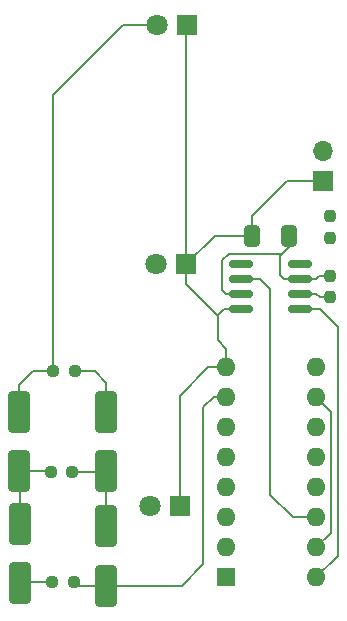
<source format=gbr>
%TF.GenerationSoftware,KiCad,Pcbnew,8.0.8*%
%TF.CreationDate,2025-03-24T19:05:04+08:00*%
%TF.ProjectId,trafficlight,74726166-6669-4636-9c69-6768742e6b69,rev?*%
%TF.SameCoordinates,Original*%
%TF.FileFunction,Copper,L2,Bot*%
%TF.FilePolarity,Positive*%
%FSLAX46Y46*%
G04 Gerber Fmt 4.6, Leading zero omitted, Abs format (unit mm)*
G04 Created by KiCad (PCBNEW 8.0.8) date 2025-03-24 19:05:04*
%MOMM*%
%LPD*%
G01*
G04 APERTURE LIST*
G04 Aperture macros list*
%AMRoundRect*
0 Rectangle with rounded corners*
0 $1 Rounding radius*
0 $2 $3 $4 $5 $6 $7 $8 $9 X,Y pos of 4 corners*
0 Add a 4 corners polygon primitive as box body*
4,1,4,$2,$3,$4,$5,$6,$7,$8,$9,$2,$3,0*
0 Add four circle primitives for the rounded corners*
1,1,$1+$1,$2,$3*
1,1,$1+$1,$4,$5*
1,1,$1+$1,$6,$7*
1,1,$1+$1,$8,$9*
0 Add four rect primitives between the rounded corners*
20,1,$1+$1,$2,$3,$4,$5,0*
20,1,$1+$1,$4,$5,$6,$7,0*
20,1,$1+$1,$6,$7,$8,$9,0*
20,1,$1+$1,$8,$9,$2,$3,0*%
G04 Aperture macros list end*
%TA.AperFunction,ComponentPad*%
%ADD10R,1.800000X1.800000*%
%TD*%
%TA.AperFunction,ComponentPad*%
%ADD11C,1.800000*%
%TD*%
%TA.AperFunction,ComponentPad*%
%ADD12R,1.700000X1.700000*%
%TD*%
%TA.AperFunction,ComponentPad*%
%ADD13O,1.700000X1.700000*%
%TD*%
%TA.AperFunction,ComponentPad*%
%ADD14R,1.600000X1.600000*%
%TD*%
%TA.AperFunction,ComponentPad*%
%ADD15O,1.600000X1.600000*%
%TD*%
%TA.AperFunction,SMDPad,CuDef*%
%ADD16RoundRect,0.237500X0.237500X-0.250000X0.237500X0.250000X-0.237500X0.250000X-0.237500X-0.250000X0*%
%TD*%
%TA.AperFunction,SMDPad,CuDef*%
%ADD17RoundRect,0.250000X0.650000X-1.500000X0.650000X1.500000X-0.650000X1.500000X-0.650000X-1.500000X0*%
%TD*%
%TA.AperFunction,SMDPad,CuDef*%
%ADD18RoundRect,0.237500X-0.250000X-0.237500X0.250000X-0.237500X0.250000X0.237500X-0.250000X0.237500X0*%
%TD*%
%TA.AperFunction,SMDPad,CuDef*%
%ADD19RoundRect,0.250000X-0.650000X1.500000X-0.650000X-1.500000X0.650000X-1.500000X0.650000X1.500000X0*%
%TD*%
%TA.AperFunction,SMDPad,CuDef*%
%ADD20RoundRect,0.150000X-0.825000X-0.150000X0.825000X-0.150000X0.825000X0.150000X-0.825000X0.150000X0*%
%TD*%
%TA.AperFunction,SMDPad,CuDef*%
%ADD21RoundRect,0.250000X0.412500X0.650000X-0.412500X0.650000X-0.412500X-0.650000X0.412500X-0.650000X0*%
%TD*%
%TA.AperFunction,SMDPad,CuDef*%
%ADD22RoundRect,0.237500X-0.237500X0.250000X-0.237500X-0.250000X0.237500X-0.250000X0.237500X0.250000X0*%
%TD*%
%TA.AperFunction,ViaPad*%
%ADD23C,0.600000*%
%TD*%
%TA.AperFunction,Conductor*%
%ADD24C,0.200000*%
%TD*%
G04 APERTURE END LIST*
D10*
%TO.P,D2,1,K*%
%TO.N,GND*%
X145395200Y-100411800D03*
D11*
%TO.P,D2,2,A*%
%TO.N,Net-(D2-A)*%
X142855200Y-100411800D03*
%TD*%
D10*
%TO.P,D1,1,K*%
%TO.N,GND*%
X145471400Y-80193400D03*
D11*
%TO.P,D1,2,A*%
%TO.N,Net-(D1-A)*%
X142931400Y-80193400D03*
%TD*%
D10*
%TO.P,D3,1,K*%
%TO.N,GND*%
X144861800Y-120858800D03*
D11*
%TO.P,D3,2,A*%
%TO.N,Net-(D3-A)*%
X142321800Y-120858800D03*
%TD*%
D12*
%TO.P,J1,1,Pin_1*%
%TO.N,GND*%
X156977600Y-93350600D03*
D13*
%TO.P,J1,2,Pin_2*%
%TO.N,/VBus*%
X156977600Y-90810600D03*
%TD*%
D14*
%TO.P,U2,1,Q5*%
%TO.N,unconnected-(U2-Q5-Pad1)*%
X148808800Y-126914400D03*
D15*
%TO.P,U2,2,Q1*%
%TO.N,Net-(D4-A)*%
X148808800Y-124374400D03*
%TO.P,U2,3,Q0*%
%TO.N,Net-(D4-K)*%
X148808800Y-121834400D03*
%TO.P,U2,4,Q2*%
%TO.N,Net-(U2-Q2)*%
X148808800Y-119294400D03*
%TO.P,U2,5,Q6*%
%TO.N,unconnected-(U2-Q6-Pad5)*%
X148808800Y-116754400D03*
%TO.P,U2,6,Q7*%
%TO.N,unconnected-(U2-Q7-Pad6)*%
X148808800Y-114214400D03*
%TO.P,U2,7,Q3*%
%TO.N,Net-(D7-K)*%
X148808800Y-111674400D03*
%TO.P,U2,8,VSS*%
%TO.N,GND*%
X148808800Y-109134400D03*
%TO.P,U2,9,Q8*%
%TO.N,unconnected-(U2-Q8-Pad9)*%
X156428800Y-109134400D03*
%TO.P,U2,10,Q4*%
%TO.N,Net-(U2-Q4)*%
X156428800Y-111674400D03*
%TO.P,U2,11,Q9*%
%TO.N,unconnected-(U2-Q9-Pad11)*%
X156428800Y-114214400D03*
%TO.P,U2,12,Cout*%
%TO.N,unconnected-(U2-Cout-Pad12)*%
X156428800Y-116754400D03*
%TO.P,U2,13,CKEN*%
%TO.N,GND*%
X156428800Y-119294400D03*
%TO.P,U2,14,CLK*%
%TO.N,Net-(U1-Q)*%
X156428800Y-121834400D03*
%TO.P,U2,15,Reset*%
%TO.N,Net-(U2-Q4)*%
X156428800Y-124374400D03*
%TO.P,U2,16,VDD*%
%TO.N,/VBus*%
X156428800Y-126914400D03*
%TD*%
D16*
%TO.P,R2,1*%
%TO.N,Net-(U1-DIS)*%
X157561800Y-103229300D03*
%TO.P,R2,2*%
%TO.N,Net-(U1-THR)*%
X157561800Y-101404300D03*
%TD*%
D17*
%TO.P,D7,1,K*%
%TO.N,Net-(D7-K)*%
X138582400Y-127620400D03*
%TO.P,D7,2,A*%
%TO.N,Net-(D4-A)*%
X138582400Y-122620400D03*
%TD*%
D18*
%TO.P,R3,1*%
%TO.N,Net-(D1-A)*%
X134141200Y-109474000D03*
%TO.P,R3,2*%
%TO.N,Net-(D4-K)*%
X135966200Y-109474000D03*
%TD*%
D19*
%TO.P,D5,1,K*%
%TO.N,Net-(D1-A)*%
X131241800Y-112943000D03*
%TO.P,D5,2,A*%
%TO.N,Net-(D5-A)*%
X131241800Y-117943000D03*
%TD*%
D20*
%TO.P,U1,1,GND*%
%TO.N,GND*%
X150083000Y-104196400D03*
%TO.P,U1,2,TR*%
%TO.N,Net-(U1-THR)*%
X150083000Y-102926400D03*
%TO.P,U1,3,Q*%
%TO.N,Net-(U1-Q)*%
X150083000Y-101656400D03*
%TO.P,U1,4,R*%
%TO.N,/VBus*%
X150083000Y-100386400D03*
%TO.P,U1,5,CV*%
%TO.N,unconnected-(U1-CV-Pad5)*%
X155033000Y-100386400D03*
%TO.P,U1,6,THR*%
%TO.N,Net-(U1-THR)*%
X155033000Y-101656400D03*
%TO.P,U1,7,DIS*%
%TO.N,Net-(U1-DIS)*%
X155033000Y-102926400D03*
%TO.P,U1,8,VCC*%
%TO.N,/VBus*%
X155033000Y-104196400D03*
%TD*%
D18*
%TO.P,R4,1*%
%TO.N,Net-(D2-A)*%
X134063100Y-127361200D03*
%TO.P,R4,2*%
%TO.N,Net-(D7-K)*%
X135888100Y-127361200D03*
%TD*%
D21*
%TO.P,C1,1*%
%TO.N,Net-(U1-THR)*%
X154101800Y-97993200D03*
%TO.P,C1,2*%
%TO.N,GND*%
X150976800Y-97993200D03*
%TD*%
D22*
%TO.P,R1,1*%
%TO.N,/VBus*%
X157561800Y-96351600D03*
%TO.P,R1,2*%
%TO.N,Net-(U1-DIS)*%
X157561800Y-98176600D03*
%TD*%
D18*
%TO.P,R6,1*%
%TO.N,Net-(D5-A)*%
X133936100Y-118033800D03*
%TO.P,R6,2*%
%TO.N,Net-(D4-A)*%
X135761100Y-118033800D03*
%TD*%
D19*
%TO.P,D4,1,K*%
%TO.N,Net-(D4-K)*%
X138633200Y-112943000D03*
%TO.P,D4,2,A*%
%TO.N,Net-(D4-A)*%
X138633200Y-117943000D03*
%TD*%
D17*
%TO.P,D6,1,K*%
%TO.N,Net-(D2-A)*%
X131292600Y-127377200D03*
%TO.P,D6,2,A*%
%TO.N,Net-(D5-A)*%
X131292600Y-122377200D03*
%TD*%
D23*
%TO.N,Net-(D2-A)*%
X131292600Y-127377200D03*
%TO.N,Net-(D4-A)*%
X138582400Y-122620400D03*
%TO.N,Net-(D4-K)*%
X138633200Y-112943000D03*
%TO.N,/VBus*%
X155033000Y-104196400D03*
X150083000Y-100386400D03*
X157561800Y-96351600D03*
%TO.N,Net-(U1-DIS)*%
X157561800Y-103229300D03*
X157561800Y-98176600D03*
%TD*%
D24*
%TO.N,Net-(U1-THR)*%
X153345400Y-101300800D02*
X153345400Y-99689400D01*
X148443200Y-102570800D02*
X148798800Y-102926400D01*
X153701000Y-101656400D02*
X155033000Y-101656400D01*
X156418800Y-101656400D02*
X155033000Y-101656400D01*
X157561800Y-101404300D02*
X156670900Y-101404300D01*
X148443200Y-100056200D02*
X148443200Y-102570800D01*
X148989000Y-99510400D02*
X148443200Y-100056200D01*
X153345400Y-101300800D02*
X153701000Y-101656400D01*
X156670900Y-101404300D02*
X156418800Y-101656400D01*
X153345400Y-99689400D02*
X153524400Y-99510400D01*
X148798800Y-102926400D02*
X150083000Y-102926400D01*
X154101800Y-97993200D02*
X154101800Y-98933000D01*
X154101800Y-98933000D02*
X153524400Y-99510400D01*
X153524400Y-99510400D02*
X148989000Y-99510400D01*
%TO.N,GND*%
X145395200Y-80269600D02*
X145471400Y-80193400D01*
X144861800Y-120858800D02*
X144861800Y-111537000D01*
X148087600Y-104755200D02*
X148087600Y-106863400D01*
X150976800Y-97993200D02*
X150976800Y-96343000D01*
X148036800Y-104704400D02*
X145395200Y-102062800D01*
X145395200Y-102062800D02*
X145395200Y-100411800D01*
X145395200Y-100411800D02*
X145395200Y-80269600D01*
X147264400Y-109134400D02*
X148808800Y-109134400D01*
X148138400Y-104704400D02*
X148087600Y-104755200D01*
X148138400Y-104704400D02*
X148036800Y-104704400D01*
X148646400Y-104196400D02*
X148138400Y-104704400D01*
X148808800Y-107584600D02*
X148808800Y-109134400D01*
X147813800Y-97993200D02*
X150976800Y-97993200D01*
X150083000Y-104196400D02*
X148646400Y-104196400D01*
X150976800Y-96343000D02*
X153969200Y-93350600D01*
X144861800Y-111537000D02*
X147264400Y-109134400D01*
X153969200Y-93350600D02*
X156977600Y-93350600D01*
X148087600Y-106863400D02*
X148808800Y-107584600D01*
X145395200Y-100411800D02*
X147813800Y-97993200D01*
%TO.N,Net-(D1-A)*%
X131241800Y-110667800D02*
X132435600Y-109474000D01*
X140061200Y-80193400D02*
X142931400Y-80193400D01*
X131241800Y-112943000D02*
X131241800Y-110667800D01*
X134141200Y-86113400D02*
X140061200Y-80193400D01*
X134141200Y-109474000D02*
X134141200Y-86113400D01*
X132435600Y-109474000D02*
X134141200Y-109474000D01*
%TO.N,Net-(D2-A)*%
X134063100Y-127361200D02*
X131308600Y-127361200D01*
X131308600Y-127361200D02*
X131292600Y-127377200D01*
%TO.N,Net-(D4-A)*%
X138542400Y-118033800D02*
X138633200Y-117943000D01*
X138582400Y-117993800D02*
X138633200Y-117943000D01*
X135761100Y-118033800D02*
X138542400Y-118033800D01*
X138582400Y-122620400D02*
X138582400Y-117993800D01*
%TO.N,Net-(D4-K)*%
X137668000Y-109474000D02*
X138633200Y-110439200D01*
X138633200Y-110439200D02*
X138633200Y-112943000D01*
X135966200Y-109474000D02*
X137668000Y-109474000D01*
%TO.N,Net-(D5-A)*%
X131292600Y-122377200D02*
X131292600Y-117993800D01*
X131241800Y-117943000D02*
X133845300Y-117943000D01*
X133845300Y-117943000D02*
X133936100Y-118033800D01*
X131292600Y-117993800D02*
X131241800Y-117943000D01*
%TO.N,/VBus*%
X156428800Y-126914400D02*
X158247600Y-125095600D01*
X156723600Y-104196400D02*
X155033000Y-104196400D01*
X158247600Y-105720400D02*
X156723600Y-104196400D01*
X155033000Y-104196400D02*
X154920200Y-104196400D01*
X158247600Y-125095600D02*
X158247600Y-105720400D01*
%TO.N,Net-(U1-DIS)*%
X156696300Y-103229300D02*
X157561800Y-103229300D01*
X155033000Y-102926400D02*
X156393400Y-102926400D01*
X156393400Y-102926400D02*
X156696300Y-103229300D01*
%TO.N,Net-(U1-Q)*%
X152507200Y-119919000D02*
X152507200Y-102520000D01*
X152507200Y-102520000D02*
X151643600Y-101656400D01*
X151643600Y-101656400D02*
X150083000Y-101656400D01*
X156428800Y-121834400D02*
X154422600Y-121834400D01*
X154422600Y-121834400D02*
X152507200Y-119919000D01*
%TO.N,Net-(U2-Q4)*%
X156428800Y-124374400D02*
X157663400Y-123139800D01*
X157663400Y-112909000D02*
X156428800Y-111674400D01*
X157663400Y-123139800D02*
X157663400Y-112909000D01*
%TO.N,Net-(D7-K)*%
X148808800Y-111674400D02*
X147721600Y-111674400D01*
X147721600Y-111674400D02*
X146868400Y-112527600D01*
X138582400Y-127620400D02*
X136147300Y-127620400D01*
X146868400Y-125837200D02*
X145085200Y-127620400D01*
X136147300Y-127620400D02*
X135888100Y-127361200D01*
X145085200Y-127620400D02*
X138582400Y-127620400D01*
X146868400Y-112527600D02*
X146868400Y-125837200D01*
%TD*%
M02*

</source>
